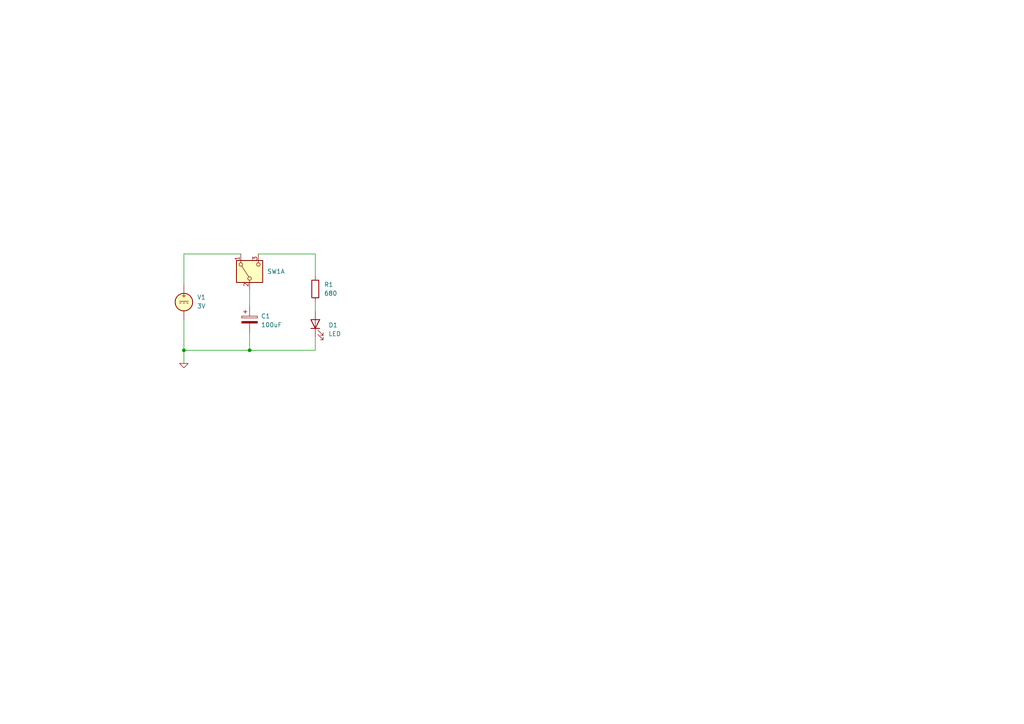
<source format=kicad_sch>
(kicad_sch (version 20250114) (generator "eeschema") (generator_version "9.0")
  (paper "A4")
  (lib_symbols
    (symbol "Device:C_Polarized" (pin_numbers (hide yes)) (pin_names (offset 0.254))
      (property "Reference" "C" (at 0.635 2.54 0))
      (property "Value" "C_Polarized" (at 0.635 -2.54 0))
      (symbol "C_Polarized_0_1"
        (rectangle (start -2.286 0.508) (end 2.286 1.016))
        (polyline (pts (xy -1.778 2.286) (xy -0.762 2.286)))
        (polyline (pts (xy -1.27 2.794) (xy -1.27 1.778)))
        (rectangle (start 2.286 -0.508) (end -2.286 -1.016) (fill (type outline)))
      )
      (symbol "C_Polarized_1_1"
        (pin passive line (at 0 3.81 270) (length 2.794) (name "~") (number "1"))
        (pin passive line (at 0 -3.81 90) (length 2.794) (name "~") (number "2"))
      )
    )
    (symbol "Device:LED" (pin_numbers (hide yes)) (pin_names (offset 1.016) (hide yes))
      (property "Reference" "D" (at 0 2.54 0))
      (property "Value" "LED" (at 0 -2.54 0))
      (symbol "LED_0_1"
        (polyline (pts (xy -3.048 -0.762) (xy -4.572 -2.286) (xy -3.81 -2.286) (xy -4.572 -2.286) (xy -4.572 -1.524)))
        (polyline (pts (xy -1.778 -0.762) (xy -3.302 -2.286) (xy -2.54 -2.286) (xy -3.302 -2.286) (xy -3.302 -1.524)))
        (polyline (pts (xy -1.27 0) (xy 1.27 0)))
        (polyline (pts (xy -1.27 -1.27) (xy -1.27 1.27)) (stroke (width 0.254)))
        (polyline (pts (xy 1.27 -1.27) (xy 1.27 1.27) (xy -1.27 0) (xy 1.27 -1.27)) (stroke (width 0.254)))
      )
      (symbol "LED_1_1"
        (pin passive line (at -3.81 0 0) (length 2.54) (name "K") (number "1"))
        (pin passive line (at 3.81 0 180) (length 2.54) (name "A") (number "2"))
      )
    )
    (symbol "Device:R" (pin_numbers (hide yes)) (pin_names (offset 0))
      (property "Reference" "R" (at 2.032 0 90))
      (property "Value" "R" (at 0 0 90))
      (symbol "R_0_1"
        (rectangle (start -1.016 -2.54) (end 1.016 2.54) (stroke (width 0.254)))
      )
      (symbol "R_1_1"
        (pin passive line (at 0 3.81 270) (length 1.27) (name "~") (number "1"))
        (pin passive line (at 0 -3.81 90) (length 1.27) (name "~") (number "2"))
      )
    )
    (symbol "Simulation_SPICE:0" (power) (pin_numbers (hide yes)) (pin_names (offset 0) (hide yes))
      (property "Value" "0" (at 0 -2.54 0))
      (symbol "0_0_1"
        (polyline (pts (xy -1.27 0) (xy 0 -1.27) (xy 1.27 0) (xy -1.27 0)))
      )
      (symbol "0_1_1"
        (pin power_in line (at 0 0 0) (length 0) (name "~") (number "1"))
      )
    )
    (symbol "Simulation_SPICE:VDC" (pin_numbers (hide yes)) (pin_names (offset 0.0254))
      (property "Reference" "V" (at 2.54 2.54 0))
      (property "Value" "1" (at 2.54 0 0))
      (symbol "VDC_0_0"
        (polyline (pts (xy -1.27 0.254) (xy 1.27 0.254)))
        (polyline (pts (xy -0.762 -0.254) (xy -1.27 -0.254)))
        (polyline (pts (xy 0.254 -0.254) (xy -0.254 -0.254)))
        (polyline (pts (xy 1.27 -0.254) (xy 0.762 -0.254)))
        (text "+" (at 0 1.905 0) (effects (font (size 1.27 1.27))))
      )
      (symbol "VDC_0_1"
        (circle (center 0 0) (radius 2.54) (stroke (width 0.254)) (fill (type background)))
      )
      (symbol "VDC_1_1"
        (pin passive line (at 0 5.08 270) (length 2.54) (name "~") (number "1"))
        (pin passive line (at 0 -5.08 90) (length 2.54) (name "~") (number "2"))
      )
    )
    (symbol "Switch:SW_DPDT_x2" (pin_names (offset 0) (hide yes))
      (property "Reference" "SW" (at 0 5.08 0))
      (property "Value" "SW_DPDT_x2" (at 0 -5.08 0))
      (symbol "SW_DPDT_x2_0_0"
        (circle (center -2.032 0) (radius 0.508))
        (circle (center 2.032 -2.54) (radius 0.508))
      )
      (symbol "SW_DPDT_x2_0_1"
        (rectangle (start -3.175 3.81) (end 3.175 -3.81) (stroke (width 0.254)) (fill (type background)))
        (polyline (pts (xy -1.524 0.254) (xy 1.5748 2.286)))
        (circle (center 2.032 2.54) (radius 0.508))
      )
      (symbol "SW_DPDT_x2_1_1"
        (pin passive line (at -5.08 0 0) (length 2.54) (name "B") (number "2"))
        (pin passive line (at 5.08 2.54 180) (length 2.54) (name "A") (number "1"))
        (pin passive line (at 5.08 -2.54 180) (length 2.54) (name "C") (number "3"))
      )
      (symbol "SW_DPDT_x2_2_1"
        (pin passive line (at -5.08 0 0) (length 2.54) (name "B") (number "5"))
        (pin passive line (at 5.08 2.54 180) (length 2.54) (name "A") (number "4"))
        (pin passive line (at 5.08 -2.54 180) (length 2.54) (name "C") (number "6"))
      )
    )
  )
  (junction (at 53.34 101.6))
  (junction (at 72.39 101.6))
  (wire (pts (xy 91.44 101.6) (xy 91.44 97.79)))
  (wire (pts (xy 53.34 73.66) (xy 69.85 73.66)))
  (wire (pts (xy 91.44 73.66) (xy 91.44 80.01)))
  (wire (pts (xy 72.39 96.52) (xy 72.39 101.6)))
  (wire (pts (xy 53.34 101.6) (xy 53.34 105.41)))
  (wire (pts (xy 72.39 83.82) (xy 72.39 88.9)))
  (wire (pts (xy 91.44 87.63) (xy 91.44 90.17)))
  (wire (pts (xy 72.39 101.6) (xy 53.34 101.6)))
  (wire (pts (xy 53.34 92.71) (xy 53.34 101.6)))
  (wire (pts (xy 72.39 101.6) (xy 91.44 101.6)))
  (wire (pts (xy 53.34 73.66) (xy 53.34 82.55)))
  (wire (pts (xy 74.93 73.66) (xy 91.44 73.66)))
  (symbol (lib_id "Simulation_SPICE:VDC") (at 53.34 87.63 0) (unit 1)
    (property "Reference" "V1" (at 57.15 86.2301 0) (effects (justify left)))
    (property "Value" "3V" (at 57.15 88.7701 0) (effects (justify left)))
    (property "Datasheet" "https://ngspice.sourceforge.io/docs/ngspice-html-manual/manual.xhtml#sec_Independent_Sources_for" (effects (hide yes)))
    (property "Description" "Voltage source, DC" (effects (hide yes)))
    (property "Sim.Pins" "1=+ 2=-" (effects (hide yes)))
    (property "Sim.Type" "DC" (effects (hide yes)))
    (property "Sim.Device" "V" (effects (hide yes)))
  )
  (symbol (lib_id "Simulation_SPICE:0") (at 53.34 105.41 0) (unit 1)
    (property "Reference" "#GND01" (effects (hide yes)))
    (property "Value" "0" (effects (hide yes)))
    (property "Datasheet" "https://ngspice.sourceforge.io/docs/ngspice-html-manual/manual.xhtml#subsec_Circuit_elements__device" (effects (hide yes)))
    (property "Description" "0V reference potential for simulation" (effects (hide yes)))
  )
  (symbol (lib_id "Device:C_Polarized") (at 72.39 92.71 0) (unit 1)
    (property "Reference" "C1" (at 75.692 91.694 0) (effects (justify left)))
    (property "Value" "100uF" (at 75.692 94.234 0) (effects (justify left)))
    (property "Description" "Polarized capacitor" (effects (hide yes)))
  )
  (symbol (lib_id "Switch:SW_DPDT_x2") (at 72.39 78.74 90) (unit 1)
    (property "Reference" "SW1" (at 77.47 78.7399 90) (effects (justify right)))
    (property "Value" "SW_DPDT_x2" (effects (hide yes)))
    (property "Description" "Switch, dual pole double throw, separate symbols" (effects (hide yes)))
    (property "Sim.Device" "SW" (effects (hide yes)))
    (property "Sim.Type" "V" (effects (hide yes)))
    (property "Sim.Pins" "1=ctrl+ 2=ctrl- 3=no+" (effects (hide yes)))
  )
  (symbol (lib_id "Device:R") (at 91.44 83.82 0) (unit 1)
    (property "Reference" "R1" (at 93.98 82.5499 0) (effects (justify left)))
    (property "Value" "680" (at 93.98 85.0899 0) (effects (justify left)))
    (property "Description" "Resistor" (effects (hide yes)))
  )
  (symbol (lib_id "Device:LED") (at 91.44 93.98 90) (unit 1)
    (property "Reference" "D1" (at 95.25 94.2974 90) (effects (justify right)))
    (property "Value" "LED" (at 95.25 96.8374 90) (effects (justify right)))
    (property "Description" "Light emitting diode" (effects (hide yes)))
    (property "Sim.Pins" "1=K 2=A" (effects (hide yes)))
  )
)
</source>
